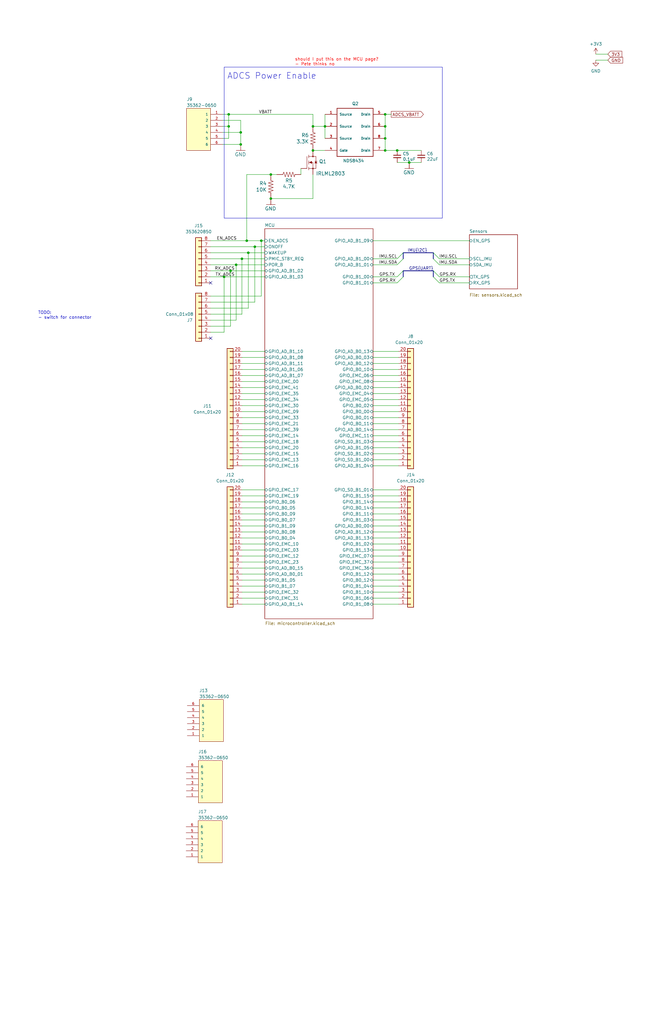
<source format=kicad_sch>
(kicad_sch (version 20230121) (generator eeschema)
  (paper "USLedger" portrait)
  (lib_symbols
    (symbol "Connector_Generic:Conn_01x08" (pin_names (offset 1.016) hide)
      (property "Reference" "J" (at 0 10.16 0))
      (property "Value" "Conn_01x08" (at 0 -12.7 0))
      (symbol "Conn_01x08_1_1"
        (rectangle (start -1.27 -10.033) (end 0 -10.287) (stroke (width 0.1524)))
        (rectangle (start -1.27 -7.493) (end 0 -7.747) (stroke (width 0.1524)))
        (rectangle (start -1.27 -4.953) (end 0 -5.207) (stroke (width 0.1524)))
        (rectangle (start -1.27 -2.413) (end 0 -2.667) (stroke (width 0.1524)))
        (rectangle (start -1.27 0.127) (end 0 -0.127) (stroke (width 0.1524)))
        (rectangle (start -1.27 2.667) (end 0 2.413) (stroke (width 0.1524)))
        (rectangle (start -1.27 5.207) (end 0 4.953) (stroke (width 0.1524)))
        (rectangle (start -1.27 7.747) (end 0 7.493) (stroke (width 0.1524)))
        (rectangle (start -1.27 8.89) (end 1.27 -11.43) (stroke (width 0.254)) (fill (type background)))
        (pin passive line (at -5.08 7.62 0) (length 3.81) (name "Pin_1") (number "1"))
        (pin passive line (at -5.08 5.08 0) (length 3.81) (name "Pin_2") (number "2"))
        (pin passive line (at -5.08 2.54 0) (length 3.81) (name "Pin_3") (number "3"))
        (pin passive line (at -5.08 0 0) (length 3.81) (name "Pin_4") (number "4"))
        (pin passive line (at -5.08 -2.54 0) (length 3.81) (name "Pin_5") (number "5"))
        (pin passive line (at -5.08 -5.08 0) (length 3.81) (name "Pin_6") (number "6"))
        (pin passive line (at -5.08 -7.62 0) (length 3.81) (name "Pin_7") (number "7"))
        (pin passive line (at -5.08 -10.16 0) (length 3.81) (name "Pin_8") (number "8"))
      )
    )
    (symbol "Connector_Generic:Conn_01x20" (pin_names (offset 1.016) hide)
      (property "Reference" "J" (at 0 25.4 0))
      (property "Value" "Conn_01x20" (at 0 -27.94 0))
      (symbol "Conn_01x20_1_1"
        (rectangle (start -1.27 -25.273) (end 0 -25.527) (stroke (width 0.1524)))
        (rectangle (start -1.27 -22.733) (end 0 -22.987) (stroke (width 0.1524)))
        (rectangle (start -1.27 -20.193) (end 0 -20.447) (stroke (width 0.1524)))
        (rectangle (start -1.27 -17.653) (end 0 -17.907) (stroke (width 0.1524)))
        (rectangle (start -1.27 -15.113) (end 0 -15.367) (stroke (width 0.1524)))
        (rectangle (start -1.27 -12.573) (end 0 -12.827) (stroke (width 0.1524)))
        (rectangle (start -1.27 -10.033) (end 0 -10.287) (stroke (width 0.1524)))
        (rectangle (start -1.27 -7.493) (end 0 -7.747) (stroke (width 0.1524)))
        (rectangle (start -1.27 -4.953) (end 0 -5.207) (stroke (width 0.1524)))
        (rectangle (start -1.27 -2.413) (end 0 -2.667) (stroke (width 0.1524)))
        (rectangle (start -1.27 0.127) (end 0 -0.127) (stroke (width 0.1524)))
        (rectangle (start -1.27 2.667) (end 0 2.413) (stroke (width 0.1524)))
        (rectangle (start -1.27 5.207) (end 0 4.953) (stroke (width 0.1524)))
        (rectangle (start -1.27 7.747) (end 0 7.493) (stroke (width 0.1524)))
        (rectangle (start -1.27 10.287) (end 0 10.033) (stroke (width 0.1524)))
        (rectangle (start -1.27 12.827) (end 0 12.573) (stroke (width 0.1524)))
        (rectangle (start -1.27 15.367) (end 0 15.113) (stroke (width 0.1524)))
        (rectangle (start -1.27 17.907) (end 0 17.653) (stroke (width 0.1524)))
        (rectangle (start -1.27 20.447) (end 0 20.193) (stroke (width 0.1524)))
        (rectangle (start -1.27 22.987) (end 0 22.733) (stroke (width 0.1524)))
        (rectangle (start -1.27 24.13) (end 1.27 -26.67) (stroke (width 0.254)) (fill (type background)))
        (pin passive line (at -5.08 22.86 0) (length 3.81) (name "Pin_1") (number "1"))
        (pin passive line (at -5.08 0 0) (length 3.81) (name "Pin_10") (number "10"))
        (pin passive line (at -5.08 -2.54 0) (length 3.81) (name "Pin_11") (number "11"))
        (pin passive line (at -5.08 -5.08 0) (length 3.81) (name "Pin_12") (number "12"))
        (pin passive line (at -5.08 -7.62 0) (length 3.81) (name "Pin_13") (number "13"))
        (pin passive line (at -5.08 -10.16 0) (length 3.81) (name "Pin_14") (number "14"))
        (pin passive line (at -5.08 -12.7 0) (length 3.81) (name "Pin_15") (number "15"))
        (pin passive line (at -5.08 -15.24 0) (length 3.81) (name "Pin_16") (number "16"))
        (pin passive line (at -5.08 -17.78 0) (length 3.81) (name "Pin_17") (number "17"))
        (pin passive line (at -5.08 -20.32 0) (length 3.81) (name "Pin_18") (number "18"))
        (pin passive line (at -5.08 -22.86 0) (length 3.81) (name "Pin_19") (number "19"))
        (pin passive line (at -5.08 20.32 0) (length 3.81) (name "Pin_2") (number "2"))
        (pin passive line (at -5.08 -25.4 0) (length 3.81) (name "Pin_20") (number "20"))
        (pin passive line (at -5.08 17.78 0) (length 3.81) (name "Pin_3") (number "3"))
        (pin passive line (at -5.08 15.24 0) (length 3.81) (name "Pin_4") (number "4"))
        (pin passive line (at -5.08 12.7 0) (length 3.81) (name "Pin_5") (number "5"))
        (pin passive line (at -5.08 10.16 0) (length 3.81) (name "Pin_6") (number "6"))
        (pin passive line (at -5.08 7.62 0) (length 3.81) (name "Pin_7") (number "7"))
        (pin passive line (at -5.08 5.08 0) (length 3.81) (name "Pin_8") (number "8"))
        (pin passive line (at -5.08 2.54 0) (length 3.81) (name "Pin_9") (number "9"))
      )
    )
    (symbol "Device:C_Small" (pin_numbers hide) (pin_names (offset 0.254) hide)
      (property "Reference" "C" (at 0.254 1.778 0))
      (property "Value" "C_Small" (at 0.254 -2.032 0))
      (symbol "C_Small_0_1"
        (polyline (pts (xy -1.524 -0.508) (xy 1.524 -0.508)) (stroke (width 0.3302)))
        (polyline (pts (xy -1.524 0.508) (xy 1.524 0.508)) (stroke (width 0.3048)))
      )
      (symbol "C_Small_1_1"
        (pin passive line (at 0 2.54 270) (length 2.032) (name "~") (number "1"))
        (pin passive line (at 0 -2.54 90) (length 2.032) (name "~") (number "2"))
      )
    )
    (symbol "GND_2" (power) (pin_names (offset 0))
      (property "Value" "GND_2" (at 0 -3.81 0))
      (symbol "GND_2_0_1"
        (polyline (pts (xy 0 0) (xy 0 -1.27) (xy 1.27 -1.27) (xy 0 -2.54) (xy -1.27 -1.27) (xy 0 -1.27)))
      )
      (symbol "GND_2_1_1"
        (pin power_in line (at 0 0 270) (length 0) hide (name "GND") (number "1"))
      )
    )
    (symbol "mainboard:35362-0650" (pin_names (offset 1.016))
      (property "Reference" "J" (at -5.334 11.4554 0))
      (property "Value" "35362-0650" (at -6.096 -11.684 0))
      (symbol "35362-0650_0_0"
        (rectangle (start -5.08 -7.62) (end 5.08 10.16) (stroke (width 0.1524)) (fill (type background)))
        (pin passive line (at 10.16 7.62 180) (length 5.08) (name "1") (number "1"))
        (pin passive line (at 10.16 5.08 180) (length 5.08) (name "2") (number "2"))
        (pin passive line (at 10.16 2.54 180) (length 5.08) (name "3") (number "3"))
        (pin passive line (at 10.16 0 180) (length 5.08) (name "4") (number "4"))
        (pin passive line (at 10.16 -2.54 180) (length 5.08) (name "5") (number "5"))
        (pin passive line (at 10.16 -5.08 180) (length 5.08) (name "6") (number "6"))
      )
    )
    (symbol "mainboard:GND" (power) (pin_names (offset 1.016))
      (property "Value" "GND" (at -2.54 -2.54 0))
      (symbol "GND_1_0"
        (polyline (pts (xy -1.905 0) (xy 1.905 0)))
        (pin power_in line (at 0 2.54 270) (length 2.54) (name "GND") (number "1"))
      )
    )
    (symbol "mainboard:IRLML2803TRPBF" (pin_names (offset 1.016))
      (property "Reference" "Q" (at -11.43 1.27 0))
      (property "Value" "IRLML2803TRPBF" (at -11.43 3.81 0))
      (symbol "IRLML2803TRPBF_1_0"
        (polyline (pts (xy 0 2.54) (xy 0 -2.54)))
        (polyline (pts (xy 0.762 -2.54) (xy 0.762 -3.175)))
        (polyline (pts (xy 0.762 -1.905) (xy 0.762 -2.54)))
        (polyline (pts (xy 0.762 0) (xy 0.762 -0.762)))
        (polyline (pts (xy 0.762 0) (xy 2.54 0)))
        (polyline (pts (xy 0.762 0.762) (xy 0.762 0)))
        (polyline (pts (xy 0.762 2.54) (xy 0.762 1.905)))
        (polyline (pts (xy 0.762 2.54) (xy 3.81 2.54)))
        (polyline (pts (xy 0.762 3.175) (xy 0.762 2.54)))
        (polyline (pts (xy 2.54 -2.54) (xy 0.762 -2.54)))
        (polyline (pts (xy 2.54 -2.54) (xy 3.81 -2.54)))
        (polyline (pts (xy 2.54 0) (xy 2.54 -2.54)))
        (polyline (pts (xy 3.302 0.508) (xy 3.81 0.508)))
        (polyline (pts (xy 3.81 -0.508) (xy 3.81 -2.54)))
        (polyline (pts (xy 3.81 0.508) (xy 3.81 -0.508)))
        (polyline (pts (xy 3.81 0.508) (xy 4.318 0.508)))
        (polyline (pts (xy 3.81 2.54) (xy 3.81 0.508)))
        (polyline (pts (xy 1.016 0) (xy 2.032 0.508) (xy 2.032 -0.508)) (fill (type outline)))
        (polyline (pts (xy 3.81 0.508) (xy 3.302 -0.254) (xy 4.318 -0.254)) (fill (type outline)))
        (circle (center 2.54 -2.54) (radius 0.254))
        (circle (center 2.54 2.54) (radius 0.254))
        (pin passive line (at -2.54 -2.54 0) (length 2.54) (name "G") (number "1"))
        (pin passive line (at 2.54 -5.08 90) (length 2.54) (name "S") (number "2"))
        (pin passive line (at 2.54 5.08 270) (length 2.54) (name "D") (number "3"))
      )
    )
    (symbol "mainboard:NDS8434" (pin_names (offset 1.016))
      (symbol "NDS8434_0_0"
        (polyline (pts (xy -7.62 -10.16) (xy -7.62 10.16)) (stroke (width 0.254)))
        (polyline (pts (xy -7.62 10.16) (xy 7.62 10.16)) (stroke (width 0.254)))
        (polyline (pts (xy 7.62 -10.16) (xy -7.62 -10.16)) (stroke (width 0.254)))
        (polyline (pts (xy 7.62 10.16) (xy 7.62 -10.16)) (stroke (width 0.254)))
        (pin bidirectional line (at -12.7 7.62 0) (length 5.08) (name "Source") (number "1"))
        (pin bidirectional line (at -12.7 2.54 0) (length 5.08) (name "Source") (number "2"))
        (pin bidirectional line (at -12.7 -2.54 0) (length 5.08) (name "Source") (number "3"))
        (pin bidirectional line (at -12.7 -7.62 0) (length 5.08) (name "Gate") (number "4"))
        (pin bidirectional line (at 12.7 7.62 180) (length 5.08) (name "Drain") (number "5"))
        (pin bidirectional line (at 12.7 2.54 180) (length 5.08) (name "Drain") (number "6"))
        (pin bidirectional line (at 12.7 -7.62 180) (length 5.08) (name "Drain") (number "7"))
        (pin bidirectional line (at 12.7 -2.54 180) (length 5.08) (name "Drain") (number "8"))
      )
    )
    (symbol "mainboard:R-US_R0603" (pin_names (offset 1.016))
      (property "Reference" "R" (at -3.81 1.4986 0))
      (property "Value" "R-US_R0603" (at -3.81 -3.302 0))
      (symbol "R-US_R0603_1_0"
        (polyline (pts (xy -2.54 0) (xy -2.159 1.016)))
        (polyline (pts (xy -2.159 1.016) (xy -1.524 -1.016)))
        (polyline (pts (xy -1.524 -1.016) (xy -0.889 1.016)))
        (polyline (pts (xy -0.889 1.016) (xy -0.254 -1.016)))
        (polyline (pts (xy -0.254 -1.016) (xy 0.381 1.016)))
        (polyline (pts (xy 0.381 1.016) (xy 1.016 -1.016)))
        (polyline (pts (xy 1.016 -1.016) (xy 1.651 1.016)))
        (polyline (pts (xy 1.651 1.016) (xy 2.286 -1.016)))
        (polyline (pts (xy 2.286 -1.016) (xy 2.54 0)))
        (pin passive line (at -5.08 0 0) (length 2.54) (name "1") (number "1"))
        (pin passive line (at 5.08 0 180) (length 2.54) (name "2") (number "2"))
      )
    )
    (symbol "power:+3V3" (power) (pin_names (offset 0))
      (property "Value" "+3V3" (at 0 3.556 0))
      (symbol "+3V3_0_1"
        (polyline (pts (xy -0.762 1.27) (xy 0 2.54)))
        (polyline (pts (xy 0 0) (xy 0 2.54)))
        (polyline (pts (xy 0 2.54) (xy 0.762 1.27)))
      )
      (symbol "+3V3_1_1"
        (pin power_in line (at 0 0 90) (length 0) hide (name "+3V3") (number "1"))
      )
    )
  )
  (bus_alias "UART" (members "TX" "RX"))
  (junction (at 114.3 73.66))
  (junction (at 101.6 60.96))
  (junction (at 97.3074 114.3))
  (junction (at 104.14 101.6))
  (junction (at 94.5896 116.84))
  (junction (at 172.72 68.58))
  (junction (at 132.08 53.34))
  (junction (at 114.3 83.82))
  (junction (at 162.56 58.42))
  (junction (at 99.6696 111.76))
  (junction (at 104.8004 106.68))
  (junction (at 107.5436 104.14))
  (junction (at 96.52 53.34))
  (junction (at 132.08 63.5))
  (junction (at 162.56 48.26))
  (junction (at 96.52 48.26))
  (junction (at 162.56 63.5))
  (junction (at 167.64 63.5))
  (junction (at 137.16 53.34))
  (junction (at 110.2868 101.6))
  (junction (at 102.108 109.22))
  (junction (at 101.6 55.88))
  (junction (at 162.56 53.34))
  (no_connect (at 88.9 119.38))
  (no_connect (at 88.9254 142.7734))
  (bus_entry (at 182.88 116.84) (size 2.54 2.54))
  (bus_entry (at 182.88 109.22) (size 2.54 2.54))
  (bus_entry (at 170.18 106.68) (size -2.54 2.54))
  (bus_entry (at 170.18 114.3) (size -2.54 2.54))
  (bus_entry (at 170.18 116.84) (size -2.54 2.54))
  (bus_entry (at 182.88 114.3) (size 2.54 2.54))
  (bus_entry (at 182.88 106.68) (size 2.54 2.54))
  (bus_entry (at 170.18 109.22) (size -2.54 2.54))
  (bus (pts (xy 170.18 106.68) (xy 170.18 109.22)))
  (wire (pts (xy 157.48 161.036) (xy 168.2242 161.036)))
  (wire (pts (xy 157.48 153.416) (xy 168.2242 153.416)))
  (wire (pts (xy 132.08 48.26) (xy 132.08 53.34)))
  (wire (pts (xy 110.2868 124.9934) (xy 110.2868 101.6)))
  (wire (pts (xy 157.48 109.22) (xy 167.64 109.22)))
  (wire (pts (xy 157.48 206.756) (xy 168.2242 206.756)))
  (wire (pts (xy 157.48 255.016) (xy 168.2242 255.016)))
  (wire (pts (xy 102.1842 211.836) (xy 111.76 211.836)))
  (wire (pts (xy 102.1842 247.396) (xy 111.76 247.396)))
  (wire (pts (xy 102.0826 132.6642) (xy 102.0826 132.6134)))
  (wire (pts (xy 102.1842 221.996) (xy 111.76 221.996)))
  (wire (pts (xy 88.9 101.6) (xy 104.14 101.6)))
  (wire (pts (xy 110.2868 101.6) (xy 111.76 101.6)))
  (wire (pts (xy 93.98 58.42) (xy 96.52 58.42)))
  (wire (pts (xy 157.48 227.076) (xy 168.2242 227.076)))
  (wire (pts (xy 157.48 155.956) (xy 168.2242 155.956)))
  (wire (pts (xy 99.6696 111.76) (xy 99.6696 135.1534)))
  (wire (pts (xy 102.1842 234.696) (xy 111.76 234.696)))
  (wire (pts (xy 99.6696 135.1534) (xy 88.9254 135.1534)))
  (wire (pts (xy 88.9254 127.5334) (xy 107.5436 127.5334)))
  (wire (pts (xy 94.5896 116.84) (xy 94.5896 140.2334)))
  (wire (pts (xy 96.52 53.34) (xy 96.52 58.42)))
  (wire (pts (xy 104.8004 130.1242) (xy 104.8004 106.68)))
  (wire (pts (xy 102.1842 158.496) (xy 111.76 158.496)))
  (wire (pts (xy 102.1842 214.376) (xy 111.76 214.376)))
  (bus (pts (xy 182.88 114.3) (xy 182.88 116.84)))
  (wire (pts (xy 157.48 168.656) (xy 168.2242 168.656)))
  (wire (pts (xy 102.1842 173.736) (xy 111.76 173.736)))
  (wire (pts (xy 88.9 114.3) (xy 97.3074 114.3)))
  (wire (pts (xy 102.1842 186.436) (xy 111.76 186.436)))
  (wire (pts (xy 157.48 216.916) (xy 168.2242 216.916)))
  (wire (pts (xy 102.1842 249.936) (xy 111.76 249.936)))
  (wire (pts (xy 162.56 48.26) (xy 162.56 53.34)))
  (wire (pts (xy 88.9 116.84) (xy 94.5896 116.84)))
  (wire (pts (xy 102.1842 191.516) (xy 111.76 191.516)))
  (wire (pts (xy 101.6 55.88) (xy 93.98 55.88)))
  (wire (pts (xy 104.8004 106.68) (xy 88.9 106.68)))
  (wire (pts (xy 88.9 111.76) (xy 99.6696 111.76)))
  (wire (pts (xy 111.76 106.68) (xy 104.8004 106.68)))
  (wire (pts (xy 102.1842 232.156) (xy 111.76 232.156)))
  (wire (pts (xy 157.48 150.876) (xy 168.2242 150.876)))
  (wire (pts (xy 102.1842 176.276) (xy 111.76 176.276)))
  (wire (pts (xy 102.1842 219.456) (xy 111.76 219.456)))
  (wire (pts (xy 104.775 130.1242) (xy 104.8004 130.1242)))
  (wire (pts (xy 157.48 173.736) (xy 168.2242 173.736)))
  (wire (pts (xy 104.14 101.6) (xy 110.2868 101.6)))
  (wire (pts (xy 162.56 58.42) (xy 162.56 63.5)))
  (wire (pts (xy 96.52 48.26) (xy 93.98 48.26)))
  (wire (pts (xy 102.1842 161.036) (xy 111.76 161.036)))
  (wire (pts (xy 102.1842 237.236) (xy 111.76 237.236)))
  (wire (pts (xy 94.5896 116.84) (xy 111.76 116.84)))
  (wire (pts (xy 96.52 48.26) (xy 132.08 48.26)))
  (wire (pts (xy 137.16 63.5) (xy 132.08 63.5)))
  (wire (pts (xy 104.775 130.1242) (xy 104.775 130.0734)))
  (wire (pts (xy 88.9254 124.9934) (xy 110.2868 124.9934)))
  (wire (pts (xy 102.1842 166.116) (xy 111.76 166.116)))
  (wire (pts (xy 137.16 53.34) (xy 137.16 48.26)))
  (wire (pts (xy 93.98 50.8) (xy 101.6 50.8)))
  (wire (pts (xy 157.48 188.976) (xy 168.2242 188.976)))
  (wire (pts (xy 102.1842 181.356) (xy 111.76 181.356)))
  (wire (pts (xy 102.108 109.22) (xy 102.108 132.6642)))
  (wire (pts (xy 157.48 111.76) (xy 167.64 111.76)))
  (wire (pts (xy 157.48 234.696) (xy 168.2242 234.696)))
  (wire (pts (xy 102.1842 242.316) (xy 111.76 242.316)))
  (wire (pts (xy 157.48 163.576) (xy 168.2242 163.576)))
  (wire (pts (xy 157.48 176.276) (xy 168.2242 176.276)))
  (wire (pts (xy 99.6696 111.76) (xy 111.76 111.76)))
  (bus (pts (xy 170.18 106.68) (xy 182.88 106.68)))
  (wire (pts (xy 102.1842 155.956) (xy 111.76 155.956)))
  (wire (pts (xy 157.48 252.476) (xy 168.2242 252.476)))
  (wire (pts (xy 107.5436 104.14) (xy 107.5436 127.5334)))
  (wire (pts (xy 111.76 109.22) (xy 102.108 109.22)))
  (bus (pts (xy 170.18 114.3) (xy 182.88 114.3)))
  (wire (pts (xy 102.1842 255.016) (xy 111.76 255.016)))
  (bus (pts (xy 170.18 114.3) (xy 170.18 116.84)))
  (wire (pts (xy 185.42 116.84) (xy 198.12 116.84)))
  (bus (pts (xy 182.88 106.68) (xy 182.88 109.22)))
  (wire (pts (xy 102.1842 171.196) (xy 111.76 171.196)))
  (wire (pts (xy 102.1842 194.056) (xy 111.76 194.056)))
  (wire (pts (xy 157.48 221.996) (xy 168.2242 221.996)))
  (wire (pts (xy 157.48 183.896) (xy 168.2242 183.896)))
  (wire (pts (xy 102.1842 183.896) (xy 111.76 183.896)))
  (wire (pts (xy 157.48 116.84) (xy 167.64 116.84)))
  (wire (pts (xy 102.1842 244.856) (xy 111.76 244.856)))
  (wire (pts (xy 167.64 68.58) (xy 172.72 68.58)))
  (wire (pts (xy 102.1842 209.296) (xy 111.76 209.296)))
  (wire (pts (xy 102.1842 239.776) (xy 111.76 239.776)))
  (wire (pts (xy 101.6 55.88) (xy 101.6 60.96)))
  (wire (pts (xy 88.9254 137.6934) (xy 97.3074 137.6934)))
  (wire (pts (xy 157.48 242.316) (xy 168.2242 242.316)))
  (wire (pts (xy 137.16 53.34) (xy 132.08 53.34)))
  (wire (pts (xy 114.3 73.66) (xy 116.84 73.66)))
  (wire (pts (xy 157.48 158.496) (xy 168.2242 158.496)))
  (wire (pts (xy 162.56 48.26) (xy 165.1 48.26)))
  (wire (pts (xy 127 73.66) (xy 127 71.12)))
  (wire (pts (xy 102.1842 227.076) (xy 111.76 227.076)))
  (wire (pts (xy 101.6 60.96) (xy 93.98 60.96)))
  (wire (pts (xy 157.48 211.836) (xy 168.2242 211.836)))
  (wire (pts (xy 102.1842 196.596) (xy 111.76 196.596)))
  (wire (pts (xy 157.48 247.396) (xy 168.2242 247.396)))
  (wire (pts (xy 167.64 63.5) (xy 177.8 63.5)))
  (wire (pts (xy 157.48 191.516) (xy 168.2242 191.516)))
  (wire (pts (xy 157.48 214.376) (xy 168.2242 214.376)))
  (wire (pts (xy 94.5896 140.2334) (xy 88.9254 140.2334)))
  (wire (pts (xy 97.3074 114.3) (xy 111.76 114.3)))
  (wire (pts (xy 102.1842 229.616) (xy 111.76 229.616)))
  (wire (pts (xy 102.0826 132.6134) (xy 88.9254 132.6134)))
  (wire (pts (xy 157.48 186.436) (xy 168.2242 186.436)))
  (wire (pts (xy 162.56 63.5) (xy 167.64 63.5)))
  (wire (pts (xy 157.48 101.6) (xy 198.12 101.6)))
  (wire (pts (xy 157.48 229.616) (xy 168.2242 229.616)))
  (wire (pts (xy 157.48 239.776) (xy 168.2242 239.776)))
  (wire (pts (xy 137.16 58.42) (xy 137.16 53.34)))
  (wire (pts (xy 132.08 83.82) (xy 114.3 83.82)))
  (wire (pts (xy 185.42 111.76) (xy 198.12 111.76)))
  (wire (pts (xy 102.108 109.22) (xy 88.9 109.22)))
  (wire (pts (xy 251.46 25.4) (xy 256.54 25.4)))
  (wire (pts (xy 157.48 249.936) (xy 168.2242 249.936)))
  (wire (pts (xy 104.14 73.66) (xy 114.3 73.66)))
  (wire (pts (xy 157.48 178.816) (xy 168.2242 178.816)))
  (wire (pts (xy 102.1842 224.536) (xy 111.76 224.536)))
  (wire (pts (xy 157.48 196.596) (xy 168.2242 196.596)))
  (wire (pts (xy 104.775 130.0734) (xy 88.9254 130.0734)))
  (wire (pts (xy 101.6 50.8) (xy 101.6 55.88)))
  (wire (pts (xy 157.48 181.356) (xy 168.2242 181.356)))
  (wire (pts (xy 96.52 48.26) (xy 96.52 53.34)))
  (wire (pts (xy 97.3074 137.6934) (xy 97.3074 114.3)))
  (wire (pts (xy 104.14 73.66) (xy 104.14 101.6)))
  (wire (pts (xy 157.48 232.156) (xy 168.2242 232.156)))
  (wire (pts (xy 157.48 119.38) (xy 167.64 119.38)))
  (wire (pts (xy 88.9 104.14) (xy 107.5436 104.14)))
  (wire (pts (xy 157.48 237.236) (xy 168.2242 237.236)))
  (wire (pts (xy 157.48 209.296) (xy 168.2242 209.296)))
  (wire (pts (xy 185.42 109.22) (xy 198.12 109.22)))
  (wire (pts (xy 102.1842 168.656) (xy 111.76 168.656)))
  (wire (pts (xy 251.46 22.86) (xy 256.54 22.86)))
  (wire (pts (xy 102.1842 252.476) (xy 111.76 252.476)))
  (wire (pts (xy 102.1842 206.756) (xy 111.76 206.756)))
  (wire (pts (xy 102.1842 150.876) (xy 111.76 150.876)))
  (wire (pts (xy 157.48 166.116) (xy 168.2242 166.116)))
  (wire (pts (xy 157.48 219.456) (xy 168.2242 219.456)))
  (wire (pts (xy 102.1842 163.576) (xy 111.76 163.576)))
  (wire (pts (xy 157.48 244.856) (xy 168.2242 244.856)))
  (wire (pts (xy 162.56 53.34) (xy 162.56 58.42)))
  (wire (pts (xy 102.1842 153.416) (xy 111.76 153.416)))
  (wire (pts (xy 157.48 148.336) (xy 168.2242 148.336)))
  (wire (pts (xy 102.1842 188.976) (xy 111.76 188.976)))
  (wire (pts (xy 157.48 194.056) (xy 168.2242 194.056)))
  (wire (pts (xy 102.0826 132.6642) (xy 102.108 132.6642)))
  (wire (pts (xy 172.72 68.58) (xy 177.8 68.58)))
  (wire (pts (xy 102.1842 216.916) (xy 111.76 216.916)))
  (wire (pts (xy 93.98 53.34) (xy 96.52 53.34)))
  (wire (pts (xy 107.5436 104.14) (xy 111.76 104.14)))
  (wire (pts (xy 157.48 224.536) (xy 168.2242 224.536)))
  (wire (pts (xy 185.42 119.38) (xy 198.12 119.38)))
  (wire (pts (xy 132.08 83.82) (xy 132.08 73.66)))
  (wire (pts (xy 157.48 171.196) (xy 168.2242 171.196)))
  (wire (pts (xy 102.1842 178.816) (xy 111.76 178.816)))
  (wire (pts (xy 102.1842 148.336) (xy 111.76 148.336)))
  (rectangle (start 94.615 28.321) (end 186.69 92.075))
  (text "ADCS Power Enable\n" (at 95.885 33.655 0) (effects (font (size 2.54 2.54)) (justify left bottom)))
  (text "TODO: \n- switch for connector\n" (at 16.0274 134.874 0) (effects (font (size 1.27 1.27)) (justify left bottom)))
  (text "should I put this on the MCU page?\n- Pete thinks no" (at 124.46 27.94 0) (effects (font (size 1.27 1.27)) (justify left bottom)))
  (label "EN_ADCS" (at 91.44 101.6 0))
  (label "GPS.RX" (at 185.42 116.84 0))
  (label "IMU.SDA" (at 167.64 111.76 180))
  (label "GPS.RX" (at 160.02 119.38 0))
  (label "IMU.SCL" (at 193.04 109.22 180))
  (label "IMU.SCL" (at 167.64 109.22 180))
  (label "VBATT" (at 109.22 48.26 0))
  (label "GPS.TX" (at 185.42 119.38 0))
  (label "IMU{I2C}" (at 180.34 106.68 180))
  (label "GPS{UART}" (at 182.88 114.3 180))
  (label "IMU.SDA" (at 193.04 111.76 180))
  (label "RX_ADCS" (at 99.06 114.3 180))
  (label "GPS.TX" (at 160.02 116.84 0))
  (label "TX_ADCS" (at 99.06 116.84 180))
  (global_label "3V3" (shape input) (at 256.54 22.86 0) (property "Intersheetrefs" "${INTERSHEET_REFS}" (effects hide)))
  (global_label "ADCS_VBATT" (shape output) (at 165.1 48.26 0) (property "Intersheetrefs" "${INTERSHEET_REFS}" (effects hide)))
  (global_label "GND" (shape input) (at 256.54 25.4 0) (property "Intersheetrefs" "${INTERSHEET_REFS}" (effects hide)))
  (symbol (lib_id "Device:C_Small") (at 177.8 66.04 0) (unit 1)
    (property "Reference" "C6" (at 180.1368 64.8716 0) (effects (justify left)))
    (property "Value" "22uF" (at 180.1368 67.183 0) (effects (justify left)))
    (property "Footprint" "Capacitor_SMD:C_0603_1608Metric" (effects hide))
    (property "Description" "22uF +-20% 10V X5R" (effects hide))
  )
  (symbol (lib_id "mainboard:GND") (at 101.6 63.5 0) (unit 1)
    (property "Reference" "#GND05" (effects hide))
    (property "Value" "GND" (at 99.06 66.04 0) (effects (font (size 1.4986 1.4986)) (justify left bottom)))
  )
  (symbol (lib_id "mainboard:R-US_R0603") (at 132.08 58.42 270) (unit 1)
    (property "Reference" "R6" (at 130.3782 57.0738 90) (effects (font (size 1.4986 1.4986)) (justify right)))
    (property "Value" "3.3K" (at 130.3782 59.7408 90) (effects (font (size 1.4986 1.4986)) (justify right)))
    (property "Footprint" "Resistor_SMD:R_0603_1608Metric" (effects hide))
    (property "Description" "3.3K 0603" (effects hide))
  )
  (symbol (lib_id "mainboard:GND") (at 172.72 71.12 0) (unit 1)
    (property "Reference" "#GND012" (effects hide))
    (property "Value" "GND" (at 170.18 73.66 0) (effects (font (size 1.4986 1.4986)) (justify left bottom)))
  )
  (symbol (lib_id "mainboard:35362-0650") (at 83.82 55.88 0) (unit 1)
    (property "Reference" "J9" (at 80.01 41.91 0))
    (property "Value" "35362-0650" (at 85.09 44.45 0))
    (property "Footprint" "mainboard:MOLEX_35362-0650" (effects hide))
  )
  (symbol (lib_id "Connector_Generic:Conn_01x20") (at 97.1042 173.736 180) (unit 1)
    (property "Reference" "J11" (at 87.503 171.3484 0))
    (property "Value" "Conn_01x20" (at 87.503 173.8884 0))
  )
  (symbol (lib_id "mainboard:R-US_R0603") (at 121.92 73.66 0) (unit 1)
    (property "Reference" "R5" (at 121.92 76.2 0) (effects (font (size 1.4986 1.4986))))
    (property "Value" "4.7K" (at 121.92 78.74 0) (effects (font (size 1.4986 1.4986))))
    (property "Footprint" "Resistor_SMD:R_0603_1608Metric" (effects hide))
    (property "Description" "4.7K 0603" (effects hide))
  )
  (symbol (lib_id "mainboard:R-US_R0603") (at 114.3 78.74 270) (unit 1)
    (property "Reference" "R4" (at 112.5982 77.3938 90) (effects (font (size 1.4986 1.4986)) (justify right)))
    (property "Value" "10K" (at 112.5982 80.0608 90) (effects (font (size 1.4986 1.4986)) (justify right)))
    (property "Footprint" "Resistor_SMD:R_0603_1608Metric" (effects hide))
    (property "Description" "10K 0603" (effects hide))
  )
  (symbol (lib_id "Device:C_Small") (at 167.64 66.04 0) (unit 1)
    (property "Reference" "C5" (at 169.9768 64.8716 0) (effects (justify left)))
    (property "Value" "0.1uF" (at 169.9768 67.183 0) (effects (justify left)))
    (property "Footprint" "Capacitor_SMD:C_0603_1608Metric" (effects hide))
    (property "Description" "0.1uF +-10% 50V X7R 0603" (effects hide))
  )
  (symbol (lib_id "power:+3V3") (at 251.46 22.86 0) (unit 1)
    (property "Reference" "#PWR035" (effects hide))
    (property "Value" "+3V3" (at 251.46 18.5674 0))
  )
  (symbol (lib_id "Connector_Generic:Conn_01x08") (at 83.8454 135.1534 180) (unit 1)
    (property "Reference" "J7" (at 81.3054 135.1534 0) (effects (justify left)))
    (property "Value" "Conn_01x08" (at 81.661 132.6134 0) (effects (justify left)))
  )
  (symbol (lib_id "mainboard:35362-0650") (at 89.1794 302.895 180) (unit 1)
    (property "Reference" "J13" (at 84.0994 291.465 0) (effects (justify right)))
    (property "Value" "35362-0650" (at 84.0994 294.005 0) (effects (justify right)))
    (property "Footprint" "mainboard:MOLEX_35362-0650" (effects hide))
  )
  (symbol (lib_id "Connector_Generic:Conn_01x20") (at 97.1042 232.156 180) (unit 1)
    (property "Reference" "J12" (at 97.1042 200.406 0))
    (property "Value" "Conn_01x20" (at 97.1042 202.946 0))
  )
  (symbol (lib_id "mainboard:35362-0650") (at 88.6968 354.0252 180) (unit 1)
    (property "Reference" "J17" (at 83.6168 342.5952 0) (effects (justify right)))
    (property "Value" "35362-0650" (at 83.6168 345.1352 0) (effects (justify right)))
    (property "Footprint" "mainboard:MOLEX_35362-0650" (effects hide))
  )
  (symbol (lib_id "Connector_Generic:Conn_01x20") (at 173.3042 173.736 0) (mirror x) (unit 1)
    (property "Reference" "J8" (at 173.3042 141.986 0))
    (property "Value" "Conn_01x20" (at 172.6692 144.526 0))
  )
  (symbol (lib_id "mainboard:NDS8434") (at 149.86 55.88 0) (unit 1)
    (property "Reference" "Q2" (at 148.59 44.45 0) (effects (justify left bottom)))
    (property "Value" "NDS8434" (at 144.78 68.58 0) (effects (justify left bottom)))
    (property "Footprint" "mainboard:NDS8434" (effects hide))
    (property "Datasheet" "https://www.onsemi.com/pdf/datasheet/nds8434-d.pdf" (effects hide))
    (property "Description" "P-Channel MOSFET" (effects hide))
    (property "Flight" "NDS8434" (effects hide))
    (property "Manufacturer_Name" "ON Semiconductor" (effects hide))
    (property "Manufacturer_Part_Number" "NDS8434" (effects hide))
    (property "Proto" "DMP2022LSS-13" (effects hide))
  )
  (symbol (lib_id "Connector_Generic:Conn_01x20") (at 173.3042 232.156 0) (mirror x) (unit 1)
    (property "Reference" "J14" (at 173.3042 200.406 0))
    (property "Value" "Conn_01x20" (at 173.3042 202.946 0))
  )
  (symbol (lib_id "mainboard:GND") (at 114.3 86.36 0) (unit 1)
    (property "Reference" "#GND03" (effects hide))
    (property "Value" "GND" (at 111.76 88.9 0) (effects (font (size 1.4986 1.4986)) (justify left bottom)))
  )
  (symbol (lib_id "mainboard:35362-0650") (at 88.773 328.7014 180) (unit 1)
    (property "Reference" "J16" (at 83.693 317.2714 0) (effects (justify right)))
    (property "Value" "35362-0650" (at 83.693 319.8114 0) (effects (justify right)))
    (property "Footprint" "mainboard:MOLEX_35362-0650" (effects hide))
  )
  (symbol (lib_name "GND_2") (lib_id "power:GND") (at 251.46 25.4 0) (unit 1)
    (property "Reference" "#PWR034" (effects hide))
    (property "Value" "GND" (at 251.46 29.972 0))
  )
  (symbol (lib_id "Connector_Generic:Conn_01x08") (at 83.82 111.76 180) (unit 1)
    (property "Reference" "J15" (at 83.82 95.25 0))
    (property "Value" "353620850" (at 83.82 97.79 0))
    (property "Footprint" "mainboard:353620850" (effects hide))
  )
  (symbol (lib_id "mainboard:IRLML2803TRPBF") (at 129.54 68.58 0) (unit 1)
    (property "Reference" "Q1" (at 134.62 67.31 0) (effects (font (size 1.4986 1.4986)) (justify left top)))
    (property "Value" "IRLML2803" (at 133.35 72.39 0) (effects (font (size 1.4986 1.4986)) (justify left top)))
    (property "Footprint" "mainboard:SOT-23" (effects hide))
    (property "Datasheet" "https://www.infineon.com/dgdl/irlml2803pbf.pdf?fileId=5546d462533600a4015356682aff260f" (effects hide))
    (property "Description" "Single N-Channel MOSFET" (effects hide))
    (property "Flight" "IRLML2803" (effects hide))
    (property "Manufacturer_Name" "Infineon Technologies" (effects hide))
    (property "Manufacturer_Part_Number" "IRLML2803TRPbF" (effects hide))
    (property "Proto" "2302" (effects hide))
  )
  (sheet (at 111.76 96.52) (size 45.72 164.6682) (stroke (width 0.1524))
    (property "Sheetname" "MCU" (at 111.76 95.8084 0) (effects (justify left bottom)))
    (property "Sheetfile" "microcontroller.kicad_sch" (at 111.887 262.382 0) (effects (justify left top)))
    (pin "GPIO_AD_B1_09" bidirectional (at 157.48 101.6 0))
    (pin "GPIO_AD_B1_10" bidirectional (at 111.76 148.336 180))
    (pin "GPIO_AD_B1_08" bidirectional (at 111.76 150.876 180))
    (pin "GPIO_AD_B1_11" bidirectional (at 111.76 153.416 180))
    (pin "GPIO_AD_B1_00" bidirectional (at 157.48 109.22 0))
    (pin "GPIO_AD_B1_03" bidirectional (at 111.76 116.84 180))
    (pin "GPIO_AD_B1_06" bidirectional (at 111.76 155.956 180))
    (pin "GPIO_AD_B1_01" bidirectional (at 157.48 111.76 0))
    (pin "GPIO_AD_B1_07" bidirectional (at 111.76 158.496 180))
    (pin "GPIO_AD_B1_02" bidirectional (at 111.76 114.3 180))
    (pin "GPIO_EMC_00" bidirectional (at 111.76 161.036 180))
    (pin "GPIO_EMC_41" bidirectional (at 111.76 163.576 180))
    (pin "GPIO_EMC_35" bidirectional (at 111.76 166.116 180))
    (pin "GPIO_EMC_34" bidirectional (at 111.76 168.656 180))
    (pin "GPIO_EMC_30" bidirectional (at 111.76 171.196 180))
    (pin "GPIO_EMC_09" bidirectional (at 111.76 173.736 180))
    (pin "GPIO_EMC_33" bidirectional (at 111.76 176.276 180))
    (pin "GPIO_EMC_21" bidirectional (at 111.76 178.816 180))
    (pin "GPIO_EMC_39" bidirectional (at 111.76 181.356 180))
    (pin "GPIO_EMC_14" bidirectional (at 111.76 183.896 180))
    (pin "GPIO_EMC_18" bidirectional (at 111.76 186.436 180))
    (pin "GPIO_EMC_20" bidirectional (at 111.76 188.976 180))
    (pin "GPIO_EMC_15" bidirectional (at 111.76 191.516 180))
    (pin "GPIO_EMC_13" bidirectional (at 111.76 194.056 180))
    (pin "GPIO_EMC_16" bidirectional (at 111.76 196.596 180))
    (pin "GPIO_EMC_17" bidirectional (at 111.76 206.756 180))
    (pin "GPIO_EMC_19" bidirectional (at 111.76 209.296 180))
    (pin "GPIO_B0_06" bidirectional (at 111.76 211.836 180))
    (pin "GPIO_B0_05" bidirectional (at 111.76 214.376 180))
    (pin "GPIO_B0_09" bidirectional (at 111.76 216.916 180))
    (pin "GPIO_B0_07" bidirectional (at 111.76 219.456 180))
    (pin "GPIO_B1_09" bidirectional (at 111.76 221.996 180))
    (pin "GPIO_B0_08" bidirectional (at 111.76 224.536 180))
    (pin "GPIO_B0_04" bidirectional (at 111.76 227.076 180))
    (pin "GPIO_EMC_10" bidirectional (at 111.76 229.616 180))
    (pin "GPIO_EMC_03" bidirectional (at 111.76 232.156 180))
    (pin "GPIO_EMC_12" bidirectional (at 111.76 234.696 180))
    (pin "GPIO_EMC_23" bidirectional (at 111.76 237.236 180))
    (pin "GPIO_AD_B0_15" bidirectional (at 111.76 239.776 180))
    (pin "GPIO_AD_B0_01" bidirectional (at 111.76 242.316 180))
    (pin "GPIO_AD_B0_14" bidirectional (at 157.48 181.356 0))
    (pin "GPIO_EMC_11" bidirectional (at 157.48 183.896 0))
    (pin "GPIO_SD_B1_03" bidirectional (at 157.48 186.436 0))
    (pin "GPIO_AD_B1_05" bidirectional (at 157.48 188.976 0))
    (pin "GPIO_SD_B1_02" bidirectional (at 157.48 191.516 0))
    (pin "GPIO_SD_B1_00" bidirectional (at 157.48 194.056 0))
    (pin "GPIO_AD_B1_04" bidirectional (at 157.48 196.596 0))
    (pin "GPIO_SD_B1_01" bidirectional (at 157.48 206.756 0))
    (pin "GPIO_B1_15" bidirectional (at 157.48 209.296 0))
    (pin "GPIO_B1_14" bidirectional (at 157.48 211.836 0))
    (pin "GPIO_B0_14" bidirectional (at 157.48 214.376 0))
    (pin "GPIO_B1_11" bidirectional (at 157.48 216.916 0))
    (pin "GPIO_B1_03" bidirectional (at 157.48 219.456 0))
    (pin "GPIO_AD_B0_00" bidirectional (at 157.48 221.996 0))
    (pin "GPIO_AD_B1_12" bidirectional (at 157.48 224.536 0))
    (pin "GPIO_AD_B1_13" bidirectional (at 157.48 227.076 0))
    (pin "GPIO_B1_02" bidirectional (at 157.48 229.616 0))
    (pin "GPIO_B1_13" bidirectional (at 157.48 232.156 0))
    (pin "GPIO_EMC_07" bidirectional (at 157.48 234.696 0))
    (pin "GPIO_EMC_37" bidirectional (at 157.48 237.236 0))
    (pin "GPIO_EMC_36" bidirectional (at 157.48 239.776 0))
    (pin "GPIO_B1_12" bidirectional (at 157.48 242.316 0))
    (pin "GPIO_B0_12" bidirectional (at 157.48 244.856 0))
    (pin "GPIO_B1_04" bidirectional (at 157.48 247.396 0))
    (pin "GPIO_B1_10" bidirectional (at 157.48 249.936 0))
    (pin "GPIO_B1_06" bidirectional (at 157.48 252.476 0))
    (pin "GPIO_B1_08" bidirectional (at 157.48 255.016 0))
    (pin "GPIO_B1_05" bidirectional (at 111.76 244.856 180))
    (pin "GPIO_B1_07" bidirectional (at 111.76 247.396 180))
    (pin "GPIO_EMC_32" bidirectional (at 111.76 249.936 180))
    (pin "GPIO_EMC_31" bidirectional (at 111.76 252.476 180))
    (pin "GPIO_AD_B1_14" bidirectional (at 111.76 255.016 180))
    (pin "GPIO_AD_B0_13" bidirectional (at 157.48 148.336 0))
    (pin "GPIO_AD_B0_03" bidirectional (at 157.48 150.876 0))
    (pin "GPIO_AD_B0_12" bidirectional (at 157.48 153.416 0))
    (pin "GPIO_B0_10" bidirectional (at 157.48 155.956 0))
    (pin "GPIO_EMC_06" bidirectional (at 157.48 158.496 0))
    (pin "GPIO_EMC_08" bidirectional (at 157.48 161.036 0))
    (pin "GPIO_AD_B0_02" bidirectional (at 157.48 163.576 0))
    (pin "GPIO_EMC_04" bidirectional (at 157.48 166.116 0))
    (pin "GPIO_EMC_05" bidirectional (at 157.48 168.656 0))
    (pin "GPIO_B1_00" bidirectional (at 157.48 116.84 0))
    (pin "GPIO_B0_02" bidirectional (at 157.48 171.196 0))
    (pin "GPIO_B0_00" bidirectional (at 157.48 173.736 0))
    (pin "GPIO_B1_01" bidirectional (at 157.48 119.38 0))
    (pin "GPIO_B0_01" bidirectional (at 157.48 176.276 0))
    (pin "GPIO_B0_11" bidirectional (at 157.48 178.816 0))
    (pin "PMIC_STBY_REQ" input (at 111.76 109.22 180))
    (pin "WAKEUP" input (at 111.76 106.68 180))
    (pin "ONOFF" input (at 111.76 104.14 180))
    (pin "POR_B" input (at 111.76 111.76 180))
    (pin "EN_ADCS" input (at 111.76 101.6 180))
  )
  (sheet (at 198.12 99.06) (size 20.32 22.86) (stroke (width 0.1524))
    (property "Sheetname" "Sensors" (at 198.12 98.3484 0) (effects (justify left bottom)))
    (property "Sheetfile" "sensors.kicad_sch" (at 198.12 123.7746 0) (effects (justify left top)))
    (pin "RX_GPS" input (at 198.12 119.38 180))
    (pin "TX_GPS" output (at 198.12 116.84 180))
    (pin "SDA_IMU" bidirectional (at 198.12 111.76 180))
    (pin "SCL_IMU" input (at 198.12 109.22 180))
    (pin "EN_GPS" bidirectional (at 198.12 101.6 180))
  )
)
</source>
